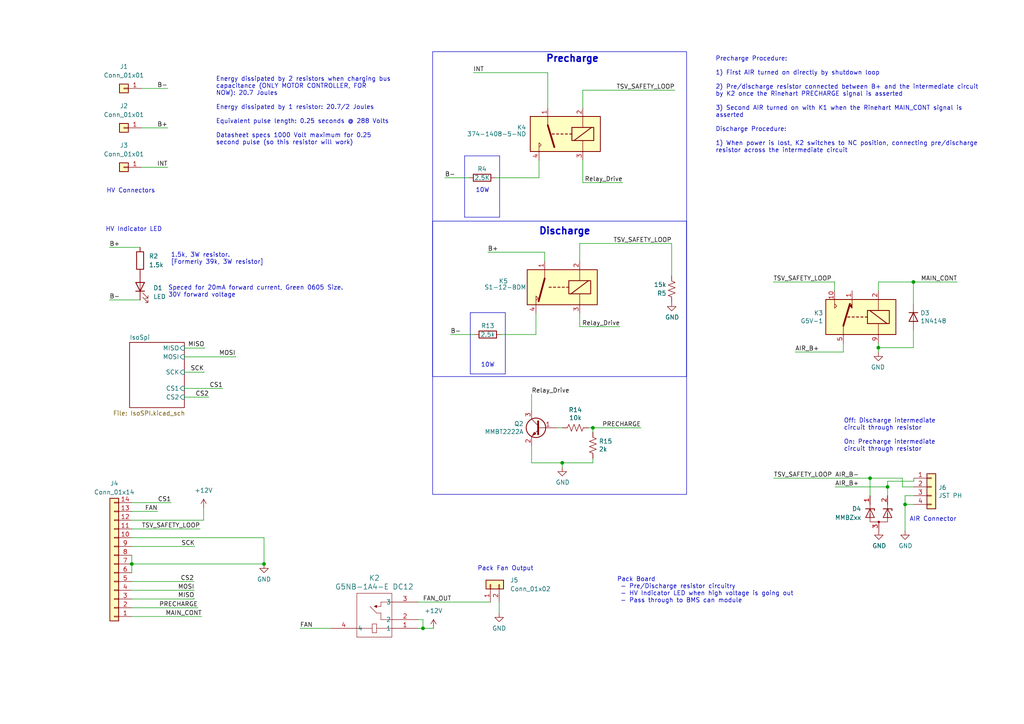
<source format=kicad_sch>
(kicad_sch (version 20230121) (generator eeschema)
  (paper "A4")
  (lib_symbols
    (symbol "AERO:374-1408-5-ND"
      (property "Reference" "K" (at 11.43 3.81 0))
      (property "Value" "374-1408-5-ND" (at 11.43 1.27 0))
      (symbol "374-1408-5-ND_0_0"
        (polyline (pts (xy 7.62 5.08) (xy 7.62 2.54) (xy 6.985 3.175) (xy 7.62 3.81)))
      )
      (symbol "374-1408-5-ND_0_1"
        (rectangle (start -10.16 5.08) (end 10.16 -5.08) (stroke (width 0.254)) (fill (type background)))
        (rectangle (start -8.255 1.905) (end -1.905 -1.905) (stroke (width 0.254)))
        (polyline (pts (xy -7.62 -1.905) (xy -2.54 1.905)) (stroke (width 0.254)))
        (polyline (pts (xy -5.08 -5.08) (xy -5.08 -1.905)))
        (polyline (pts (xy -5.08 5.08) (xy -5.08 1.905)))
        (polyline (pts (xy -1.905 0) (xy -1.27 0)) (stroke (width 0.254)))
        (polyline (pts (xy -0.635 0) (xy 0 0)) (stroke (width 0.254)))
        (polyline (pts (xy 0.635 0) (xy 1.27 0)) (stroke (width 0.254)))
        (polyline (pts (xy 1.905 0) (xy 2.54 0)) (stroke (width 0.254)))
        (polyline (pts (xy 3.175 0) (xy 3.81 0)) (stroke (width 0.254)))
        (polyline (pts (xy 5.08 -2.54) (xy 3.175 3.81)) (stroke (width 0.508)))
        (polyline (pts (xy 5.08 -2.54) (xy 5.08 -5.08)))
      )
      (symbol "374-1408-5-ND_1_1"
        (pin passive line (at 5.08 -7.62 90) (length 2.54) (name "~") (number "1"))
        (pin passive line (at -5.08 -7.62 90) (length 2.54) (name "~") (number "2"))
        (pin passive line (at -5.08 7.62 270) (length 2.54) (name "~") (number "3"))
        (pin passive line (at 7.62 7.62 270) (length 2.54) (name "~") (number "4"))
      )
    )
    (symbol "AERO:G5NB-1A4-E_DC12" (pin_names (offset 0.254))
      (property "Reference" "K" (at 12.7 7.62 0))
      (property "Value" "G5NB-1A4-E DC12" (at 20.32 5.08 0))
      (symbol "G5NB-1A4-E_DC12_0_1"
        (polyline (pts (xy 7.62 -10.16) (xy 17.78 -10.16)) (stroke (width 0.127)))
        (polyline (pts (xy 7.62 -7.62) (xy 10.795 -7.62)) (stroke (width 0.127)))
        (polyline (pts (xy 7.62 -2.54) (xy 10.795 -2.54)) (stroke (width 0.127)))
        (polyline (pts (xy 7.62 0) (xy 12.065 0)) (stroke (width 0.127)))
        (polyline (pts (xy 7.62 2.54) (xy 7.62 -10.16)) (stroke (width 0.127)))
        (polyline (pts (xy 10.795 -7.62) (xy 10.795 -6.35)) (stroke (width 0.127)))
        (polyline (pts (xy 10.795 -6.35) (xy 12.065 -6.35)) (stroke (width 0.127)))
        (polyline (pts (xy 10.795 -4.445) (xy 12.065 -4.445)) (stroke (width 0.127)))
        (polyline (pts (xy 10.795 -2.54) (xy 10.795 -4.445)) (stroke (width 0.127)))
        (polyline (pts (xy 12.065 -6.6675) (xy 12.7 -6.35)) (stroke (width 0.127)))
        (polyline (pts (xy 12.065 -6.0325) (xy 12.065 -6.6675)) (stroke (width 0.127)))
        (polyline (pts (xy 12.065 -4.445) (xy 13.97 -6.35)) (stroke (width 0.127)))
        (polyline (pts (xy 12.065 -1.27) (xy 13.335 -1.27)) (stroke (width 0.127)))
        (polyline (pts (xy 12.065 1.27) (xy 12.065 -1.27)) (stroke (width 0.127)))
        (polyline (pts (xy 12.7 -6.35) (xy 12.065 -6.0325)) (stroke (width 0.127)))
        (polyline (pts (xy 13.335 -1.27) (xy 13.335 1.27)) (stroke (width 0.127)))
        (polyline (pts (xy 13.335 0) (xy 17.78 0)) (stroke (width 0.127)))
        (polyline (pts (xy 13.335 1.27) (xy 12.065 1.27)) (stroke (width 0.127)))
        (polyline (pts (xy 17.78 -10.16) (xy 17.78 2.54)) (stroke (width 0.127)))
        (polyline (pts (xy 17.78 2.54) (xy 7.62 2.54)) (stroke (width 0.127)))
        (polyline (pts (xy 12.065 -6.0325) (xy 12.065 -6.6675) (xy 12.7 -6.35)) (fill (type outline)))
        (pin unspecified line (at 0 0 0) (length 7.62) (name "1") (number "1"))
        (pin unspecified line (at 0 -2.54 0) (length 7.62) (name "2") (number "2"))
        (pin unspecified line (at 0 -7.62 0) (length 7.62) (name "3") (number "3"))
        (pin unspecified line (at 25.4 0 180) (length 7.62) (name "4") (number "4"))
      )
    )
    (symbol "AERO:S1-12-BDM"
      (property "Reference" "K" (at 11.43 3.81 0))
      (property "Value" "S1-12-BDM" (at 11.43 1.27 0))
      (symbol "S1-12-BDM_0_0"
        (polyline (pts (xy 7.62 5.08) (xy 7.62 2.54) (xy 6.985 3.175) (xy 7.62 3.81)))
      )
      (symbol "S1-12-BDM_0_1"
        (rectangle (start -10.16 5.08) (end 10.16 -5.08) (stroke (width 0.254)) (fill (type background)))
        (rectangle (start -8.255 1.905) (end -1.905 -1.905) (stroke (width 0.254)))
        (polyline (pts (xy -7.62 -1.905) (xy -2.54 1.905)) (stroke (width 0.254)))
        (polyline (pts (xy -5.08 -5.08) (xy -5.08 -1.905)))
        (polyline (pts (xy -5.08 5.08) (xy -5.08 1.905)))
        (polyline (pts (xy -1.905 0) (xy -1.27 0)) (stroke (width 0.254)))
        (polyline (pts (xy -0.635 0) (xy 0 0)) (stroke (width 0.254)))
        (polyline (pts (xy 0.635 0) (xy 1.27 0)) (stroke (width 0.254)))
        (polyline (pts (xy 1.905 0) (xy 2.54 0)) (stroke (width 0.254)))
        (polyline (pts (xy 3.175 0) (xy 3.81 0)) (stroke (width 0.254)))
        (polyline (pts (xy 5.08 -2.54) (xy 5.08 -5.08)))
        (polyline (pts (xy 5.08 -2.54) (xy 6.858 4.064)) (stroke (width 0.508)))
      )
      (symbol "S1-12-BDM_1_1"
        (pin passive line (at 5.08 -7.62 90) (length 2.54) (name "~") (number "1"))
        (pin passive line (at -5.08 -7.62 90) (length 2.54) (name "~") (number "2"))
        (pin passive line (at -5.08 7.62 270) (length 2.54) (name "~") (number "3"))
        (pin passive line (at 7.62 7.62 270) (length 2.54) (name "~") (number "4"))
      )
    )
    (symbol "Connector_Generic:Conn_01x01" (pin_names (offset 1.016) hide)
      (property "Reference" "J" (at 0 2.54 0))
      (property "Value" "Conn_01x01" (at 0 -2.54 0))
      (symbol "Conn_01x01_1_1"
        (rectangle (start -1.27 0.127) (end 0 -0.127) (stroke (width 0.1524)))
        (rectangle (start -1.27 1.27) (end 1.27 -1.27) (stroke (width 0.254)) (fill (type background)))
        (pin passive line (at -5.08 0 0) (length 3.81) (name "Pin_1") (number "1"))
      )
    )
    (symbol "Connector_Generic:Conn_01x02" (pin_names (offset 1.016) hide)
      (property "Reference" "J" (at 0 2.54 0))
      (property "Value" "Conn_01x02" (at 0 -5.08 0))
      (symbol "Conn_01x02_1_1"
        (rectangle (start -1.27 -2.413) (end 0 -2.667) (stroke (width 0.1524)))
        (rectangle (start -1.27 0.127) (end 0 -0.127) (stroke (width 0.1524)))
        (rectangle (start -1.27 1.27) (end 1.27 -3.81) (stroke (width 0.254)) (fill (type background)))
        (pin passive line (at -5.08 0 0) (length 3.81) (name "Pin_1") (number "1"))
        (pin passive line (at -5.08 -2.54 0) (length 3.81) (name "Pin_2") (number "2"))
      )
    )
    (symbol "Connector_Generic:Conn_01x04" (pin_names (offset 1.016) hide)
      (property "Reference" "J" (at 0 5.08 0))
      (property "Value" "Conn_01x04" (at 0 -7.62 0))
      (symbol "Conn_01x04_1_1"
        (rectangle (start -1.27 -4.953) (end 0 -5.207) (stroke (width 0.1524)))
        (rectangle (start -1.27 -2.413) (end 0 -2.667) (stroke (width 0.1524)))
        (rectangle (start -1.27 0.127) (end 0 -0.127) (stroke (width 0.1524)))
        (rectangle (start -1.27 2.667) (end 0 2.413) (stroke (width 0.1524)))
        (rectangle (start -1.27 3.81) (end 1.27 -6.35) (stroke (width 0.254)) (fill (type background)))
        (pin passive line (at -5.08 2.54 0) (length 3.81) (name "Pin_1") (number "1"))
        (pin passive line (at -5.08 0 0) (length 3.81) (name "Pin_2") (number "2"))
        (pin passive line (at -5.08 -2.54 0) (length 3.81) (name "Pin_3") (number "3"))
        (pin passive line (at -5.08 -5.08 0) (length 3.81) (name "Pin_4") (number "4"))
      )
    )
    (symbol "Connector_Generic:Conn_01x14" (pin_names (offset 1.016) hide)
      (property "Reference" "J" (at 0 17.78 0))
      (property "Value" "Conn_01x14" (at 0 -20.32 0))
      (symbol "Conn_01x14_1_1"
        (rectangle (start -1.27 -17.653) (end 0 -17.907) (stroke (width 0.1524)))
        (rectangle (start -1.27 -15.113) (end 0 -15.367) (stroke (width 0.1524)))
        (rectangle (start -1.27 -12.573) (end 0 -12.827) (stroke (width 0.1524)))
        (rectangle (start -1.27 -10.033) (end 0 -10.287) (stroke (width 0.1524)))
        (rectangle (start -1.27 -7.493) (end 0 -7.747) (stroke (width 0.1524)))
        (rectangle (start -1.27 -4.953) (end 0 -5.207) (stroke (width 0.1524)))
        (rectangle (start -1.27 -2.413) (end 0 -2.667) (stroke (width 0.1524)))
        (rectangle (start -1.27 0.127) (end 0 -0.127) (stroke (width 0.1524)))
        (rectangle (start -1.27 2.667) (end 0 2.413) (stroke (width 0.1524)))
        (rectangle (start -1.27 5.207) (end 0 4.953) (stroke (width 0.1524)))
        (rectangle (start -1.27 7.747) (end 0 7.493) (stroke (width 0.1524)))
        (rectangle (start -1.27 10.287) (end 0 10.033) (stroke (width 0.1524)))
        (rectangle (start -1.27 12.827) (end 0 12.573) (stroke (width 0.1524)))
        (rectangle (start -1.27 15.367) (end 0 15.113) (stroke (width 0.1524)))
        (rectangle (start -1.27 16.51) (end 1.27 -19.05) (stroke (width 0.254)) (fill (type background)))
        (pin passive line (at -5.08 15.24 0) (length 3.81) (name "Pin_1") (number "1"))
        (pin passive line (at -5.08 -7.62 0) (length 3.81) (name "Pin_10") (number "10"))
        (pin passive line (at -5.08 -10.16 0) (length 3.81) (name "Pin_11") (number "11"))
        (pin passive line (at -5.08 -12.7 0) (length 3.81) (name "Pin_12") (number "12"))
        (pin passive line (at -5.08 -15.24 0) (length 3.81) (name "Pin_13") (number "13"))
        (pin passive line (at -5.08 -17.78 0) (length 3.81) (name "Pin_14") (number "14"))
        (pin passive line (at -5.08 12.7 0) (length 3.81) (name "Pin_2") (number "2"))
        (pin passive line (at -5.08 10.16 0) (length 3.81) (name "Pin_3") (number "3"))
        (pin passive line (at -5.08 7.62 0) (length 3.81) (name "Pin_4") (number "4"))
        (pin passive line (at -5.08 5.08 0) (length 3.81) (name "Pin_5") (number "5"))
        (pin passive line (at -5.08 2.54 0) (length 3.81) (name "Pin_6") (number "6"))
        (pin passive line (at -5.08 0 0) (length 3.81) (name "Pin_7") (number "7"))
        (pin passive line (at -5.08 -2.54 0) (length 3.81) (name "Pin_8") (number "8"))
        (pin passive line (at -5.08 -5.08 0) (length 3.81) (name "Pin_9") (number "9"))
      )
    )
    (symbol "Device:LED" (pin_numbers hide) (pin_names (offset 1.016) hide)
      (property "Reference" "D" (at 0 2.54 0))
      (property "Value" "LED" (at 0 -2.54 0))
      (symbol "LED_0_1"
        (polyline (pts (xy -1.27 -1.27) (xy -1.27 1.27)) (stroke (width 0.254)))
        (polyline (pts (xy -1.27 0) (xy 1.27 0)))
        (polyline (pts (xy 1.27 -1.27) (xy 1.27 1.27) (xy -1.27 0) (xy 1.27 -1.27)) (stroke (width 0.254)))
        (polyline (pts (xy -3.048 -0.762) (xy -4.572 -2.286) (xy -3.81 -2.286) (xy -4.572 -2.286) (xy -4.572 -1.524)))
        (polyline (pts (xy -1.778 -0.762) (xy -3.302 -2.286) (xy -2.54 -2.286) (xy -3.302 -2.286) (xy -3.302 -1.524)))
      )
      (symbol "LED_1_1"
        (pin passive line (at -3.81 0 0) (length 2.54) (name "K") (number "1"))
        (pin passive line (at 3.81 0 180) (length 2.54) (name "A") (number "2"))
      )
    )
    (symbol "Device:Q_NPN_BEC" (pin_names (offset 0) hide)
      (property "Reference" "Q" (at 5.08 1.27 0))
      (property "Value" "Q_NPN_BEC" (at 5.08 -1.27 0))
      (symbol "Q_NPN_BEC_0_1"
        (polyline (pts (xy 0.635 0.635) (xy 2.54 2.54)))
        (polyline (pts (xy 0.635 -0.635) (xy 2.54 -2.54) (xy 2.54 -2.54)))
        (polyline (pts (xy 0.635 1.905) (xy 0.635 -1.905) (xy 0.635 -1.905)) (stroke (width 0.508)))
        (polyline (pts (xy 1.27 -1.778) (xy 1.778 -1.27) (xy 2.286 -2.286) (xy 1.27 -1.778) (xy 1.27 -1.778)) (fill (type outline)))
        (circle (center 1.27 0) (radius 2.8194) (stroke (width 0.254)))
      )
      (symbol "Q_NPN_BEC_1_1"
        (pin input line (at -5.08 0 0) (length 5.715) (name "B") (number "1"))
        (pin passive line (at 2.54 -5.08 90) (length 2.54) (name "E") (number "2"))
        (pin passive line (at 2.54 5.08 270) (length 2.54) (name "C") (number "3"))
      )
    )
    (symbol "Device:R" (pin_numbers hide) (pin_names (offset 0))
      (property "Reference" "R" (at 2.032 0 90))
      (property "Value" "R" (at 0 0 90))
      (symbol "R_0_1"
        (rectangle (start -1.016 -2.54) (end 1.016 2.54) (stroke (width 0.254)))
      )
      (symbol "R_1_1"
        (pin passive line (at 0 3.81 270) (length 1.27) (name "~") (number "1"))
        (pin passive line (at 0 -3.81 90) (length 1.27) (name "~") (number "2"))
      )
    )
    (symbol "Device:R_US" (pin_numbers hide) (pin_names (offset 0))
      (property "Reference" "R" (at 2.54 0 90))
      (property "Value" "R_US" (at -2.54 0 90))
      (symbol "R_US_0_1"
        (polyline (pts (xy 0 -2.286) (xy 0 -2.54)))
        (polyline (pts (xy 0 2.286) (xy 0 2.54)))
        (polyline (pts (xy 0 -0.762) (xy 1.016 -1.143) (xy 0 -1.524) (xy -1.016 -1.905) (xy 0 -2.286)))
        (polyline (pts (xy 0 0.762) (xy 1.016 0.381) (xy 0 0) (xy -1.016 -0.381) (xy 0 -0.762)))
        (polyline (pts (xy 0 2.286) (xy 1.016 1.905) (xy 0 1.524) (xy -1.016 1.143) (xy 0 0.762)))
      )
      (symbol "R_US_1_1"
        (pin passive line (at 0 3.81 270) (length 1.27) (name "~") (number "1"))
        (pin passive line (at 0 -3.81 90) (length 1.27) (name "~") (number "2"))
      )
    )
    (symbol "Diode:1N4148" (pin_numbers hide) (pin_names (offset 1.016) hide)
      (property "Reference" "D" (at 0 2.54 0))
      (property "Value" "1N4148" (at 0 -2.54 0))
      (symbol "1N4148_0_1"
        (polyline (pts (xy -1.27 1.27) (xy -1.27 -1.27)) (stroke (width 0.254)))
        (polyline (pts (xy 1.27 0) (xy -1.27 0)))
        (polyline (pts (xy 1.27 1.27) (xy 1.27 -1.27) (xy -1.27 0) (xy 1.27 1.27)) (stroke (width 0.254)))
      )
      (symbol "1N4148_1_1"
        (pin passive line (at -3.81 0 0) (length 2.54) (name "K") (number "1"))
        (pin passive line (at 3.81 0 180) (length 2.54) (name "A") (number "2"))
      )
    )
    (symbol "Diode:MMBZxx" (pin_names (offset 1.016) hide)
      (property "Reference" "D" (at 3.81 2.54 0))
      (property "Value" "MMBZxx" (at 3.81 0 0))
      (symbol "MMBZxx_0_1"
        (circle (center 0 -2.54) (radius 0.254) (fill (type outline)))
        (polyline (pts (xy -2.54 -1.27) (xy -2.54 2.54)))
        (polyline (pts (xy 2.54 -1.27) (xy 2.54 2.54)))
        (polyline (pts (xy -3.81 1.27) (xy -1.27 1.27) (xy -1.27 0.762)) (stroke (width 0.254)))
        (polyline (pts (xy 1.27 1.27) (xy 3.81 1.27) (xy 3.81 0.762)) (stroke (width 0.254)))
        (polyline (pts (xy -2.54 0) (xy -2.54 -2.54) (xy 2.54 -2.54) (xy 2.54 0)))
      )
      (symbol "MMBZxx_1_1"
        (polyline (pts (xy -3.81 -1.27) (xy -1.27 -1.27) (xy -2.54 1.27) (xy -3.81 -1.27)) (stroke (width 0.2032)))
        (polyline (pts (xy 1.27 -1.27) (xy 3.81 -1.27) (xy 2.54 1.27) (xy 1.27 -1.27)) (stroke (width 0.2032)))
        (pin passive line (at -2.54 5.08 270) (length 2.54) (name "K") (number "1"))
        (pin passive line (at 2.54 5.08 270) (length 2.54) (name "K") (number "2"))
        (pin passive line (at 0 -5.08 90) (length 2.54) (name "A") (number "3"))
      )
    )
    (symbol "Relay:G5V-1"
      (property "Reference" "K" (at 11.43 3.81 0))
      (property "Value" "G5V-1" (at 11.43 1.27 0))
      (symbol "G5V-1_0_0"
        (polyline (pts (xy 7.62 5.08) (xy 7.62 2.54) (xy 6.985 3.175) (xy 7.62 3.81)))
      )
      (symbol "G5V-1_0_1"
        (rectangle (start -10.16 5.08) (end 10.16 -5.08) (stroke (width 0.254)) (fill (type background)))
        (rectangle (start -8.255 1.905) (end -1.905 -1.905) (stroke (width 0.254)))
        (polyline (pts (xy -7.62 -1.905) (xy -2.54 1.905)) (stroke (width 0.254)))
        (polyline (pts (xy -5.08 -5.08) (xy -5.08 -1.905)))
        (polyline (pts (xy -5.08 5.08) (xy -5.08 1.905)))
        (polyline (pts (xy -1.905 0) (xy -1.27 0)) (stroke (width 0.254)))
        (polyline (pts (xy -0.635 0) (xy 0 0)) (stroke (width 0.254)))
        (polyline (pts (xy 0.635 0) (xy 1.27 0)) (stroke (width 0.254)))
        (polyline (pts (xy 1.905 0) (xy 2.54 0)) (stroke (width 0.254)))
        (polyline (pts (xy 3.175 0) (xy 3.81 0)) (stroke (width 0.254)))
        (polyline (pts (xy 5.08 -2.54) (xy 3.175 3.81)) (stroke (width 0.508)))
        (polyline (pts (xy 5.08 -2.54) (xy 5.08 -5.08)))
        (polyline (pts (xy 2.54 5.08) (xy 2.54 2.54) (xy 3.175 3.175) (xy 2.54 3.81)) (fill (type outline)))
      )
      (symbol "G5V-1_1_1"
        (pin passive line (at 2.54 7.62 270) (length 2.54) (name "~") (number "1"))
        (pin passive line (at 7.62 7.62 270) (length 2.54) (name "~") (number "10"))
        (pin passive line (at -5.08 7.62 270) (length 2.54) (name "~") (number "2"))
        (pin passive line (at 5.08 -7.62 90) (length 2.54) (name "~") (number "5"))
        (pin passive line (at 5.08 -7.62 90) (length 2.54) hide (name "~") (number "6"))
        (pin passive line (at -5.08 -7.62 90) (length 2.54) (name "~") (number "9"))
      )
    )
    (symbol "power:+12V" (power) (pin_names (offset 0))
      (property "Value" "+12V" (at 0 3.556 0))
      (symbol "+12V_0_1"
        (polyline (pts (xy -0.762 1.27) (xy 0 2.54)))
        (polyline (pts (xy 0 0) (xy 0 2.54)))
        (polyline (pts (xy 0 2.54) (xy 0.762 1.27)))
      )
      (symbol "+12V_1_1"
        (pin power_in line (at 0 0 90) (length 0) hide (name "+12V") (number "1"))
      )
    )
    (symbol "power:GND" (power) (pin_names (offset 0))
      (property "Value" "GND" (at 0 -3.81 0))
      (symbol "GND_0_1"
        (polyline (pts (xy 0 0) (xy 0 -1.27) (xy 1.27 -1.27) (xy 0 -2.54) (xy -1.27 -1.27) (xy 0 -1.27)))
      )
      (symbol "GND_1_1"
        (pin power_in line (at 0 0 270) (length 0) hide (name "GND") (number "1"))
      )
    )
  )
  (junction (at 163.068 134.239))
  (junction (at 264.922 81.788))
  (junction (at 76.581 163.576))
  (junction (at 252.349 138.684))
  (junction (at 171.958 124.079))
  (junction (at 38.227 163.576))
  (junction (at 122.682 182.245))
  (junction (at 254.762 100.838))
  (junction (at 262.509 146.304))
  (junction (at 257.429 141.224))
  (wire (pts (xy 41.021 37.084) (xy 48.641 37.084)))
  (wire (pts (xy 143.637 51.562) (xy 156.337 51.562)))
  (wire (pts (xy 154.178 114.3) (xy 154.178 118.999)))
  (wire (pts (xy 264.922 100.838) (xy 264.922 95.758)))
  (wire (pts (xy 163.068 134.239) (xy 171.958 134.239)))
  (wire (pts (xy 169.037 52.959) (xy 180.594 52.959)))
  (wire (pts (xy 163.068 134.239) (xy 163.068 135.509)))
  (wire (pts (xy 254.762 102.108) (xy 254.762 100.838)))
  (wire (pts (xy 38.227 176.276) (xy 57.404 176.276)))
  (wire (pts (xy 95.885 182.245) (xy 86.995 182.245)))
  (wire (pts (xy 257.429 141.224) (xy 242.189 141.224)))
  (wire (pts (xy 141.478 73.152) (xy 157.988 73.152)))
  (wire (pts (xy 136.017 51.562) (xy 129.032 51.562)))
  (wire (pts (xy 169.037 26.162) (xy 195.707 26.162)))
  (wire (pts (xy 53.467 115.189) (xy 60.579 115.189)))
  (polyline (pts (xy 136.398 90.678) (xy 146.558 90.678)))
  (wire (pts (xy 144.78 174.625) (xy 144.78 177.8)))
  (wire (pts (xy 56.134 173.736) (xy 38.227 173.736)))
  (polyline (pts (xy 146.558 90.678) (xy 146.558 108.458)))
  (wire (pts (xy 169.037 46.482) (xy 169.037 52.959)))
  (wire (pts (xy 170.688 124.079) (xy 171.958 124.079)))
  (wire (pts (xy 56.388 171.196) (xy 38.227 171.196)))
  (wire (pts (xy 121.285 174.625) (xy 142.24 174.625)))
  (wire (pts (xy 53.467 103.505) (xy 68.326 103.505)))
  (wire (pts (xy 261.747 141.224) (xy 261.747 138.684)))
  (wire (pts (xy 171.958 134.239) (xy 171.958 132.969)))
  (wire (pts (xy 56.515 158.496) (xy 38.227 158.496)))
  (wire (pts (xy 169.037 31.242) (xy 169.037 26.162)))
  (wire (pts (xy 58.039 153.416) (xy 38.227 153.416)))
  (wire (pts (xy 157.988 75.692) (xy 157.988 73.152)))
  (wire (pts (xy 41.021 25.654) (xy 48.641 25.654)))
  (wire (pts (xy 59.309 100.965) (xy 59.309 100.838)))
  (wire (pts (xy 53.467 100.965) (xy 59.309 100.965)))
  (wire (pts (xy 41.021 48.514) (xy 48.641 48.514)))
  (polyline (pts (xy 134.747 62.992) (xy 144.907 62.992)))
  (wire (pts (xy 265.049 143.764) (xy 262.509 143.764)))
  (wire (pts (xy 265.049 141.224) (xy 261.747 141.224)))
  (wire (pts (xy 252.349 138.684) (xy 261.747 138.684)))
  (wire (pts (xy 154.178 129.159) (xy 154.178 134.239)))
  (wire (pts (xy 156.337 46.482) (xy 156.337 51.562)))
  (wire (pts (xy 252.349 143.764) (xy 252.349 138.684)))
  (wire (pts (xy 56.134 173.609) (xy 56.388 173.609)))
  (wire (pts (xy 38.227 161.036) (xy 38.227 163.576)))
  (wire (pts (xy 49.657 145.796) (xy 38.227 145.796)))
  (wire (pts (xy 122.682 182.245) (xy 125.73 182.245)))
  (wire (pts (xy 265.049 139.573) (xy 257.429 139.573)))
  (wire (pts (xy 168.148 90.932) (xy 168.148 94.742)))
  (wire (pts (xy 265.049 146.304) (xy 262.509 146.304)))
  (wire (pts (xy 168.148 94.742) (xy 179.832 94.742)))
  (wire (pts (xy 121.285 182.245) (xy 122.682 182.245)))
  (polyline (pts (xy 134.747 45.212) (xy 134.747 62.992)))
  (wire (pts (xy 171.958 125.349) (xy 171.958 124.079)))
  (wire (pts (xy 154.178 134.239) (xy 163.068 134.239)))
  (wire (pts (xy 38.227 163.576) (xy 38.227 166.116)))
  (wire (pts (xy 76.581 155.956) (xy 76.581 163.576)))
  (wire (pts (xy 264.922 81.788) (xy 277.622 81.788)))
  (wire (pts (xy 158.877 31.242) (xy 158.877 21.082)))
  (wire (pts (xy 38.227 168.656) (xy 56.261 168.656)))
  (wire (pts (xy 122.682 179.705) (xy 122.682 182.245)))
  (wire (pts (xy 38.227 163.576) (xy 76.581 163.576)))
  (wire (pts (xy 68.326 103.505) (xy 68.326 103.378)))
  (wire (pts (xy 31.75 71.755) (xy 40.64 71.755)))
  (wire (pts (xy 242.062 84.328) (xy 242.062 81.788)))
  (wire (pts (xy 137.668 97.028) (xy 130.683 97.028)))
  (wire (pts (xy 171.958 124.079) (xy 185.928 124.079)))
  (wire (pts (xy 244.602 99.568) (xy 244.602 102.108)))
  (polyline (pts (xy 136.398 108.458) (xy 146.558 108.458)))
  (wire (pts (xy 244.602 102.108) (xy 230.632 102.108)))
  (wire (pts (xy 257.429 141.224) (xy 257.429 143.764)))
  (wire (pts (xy 168.148 75.692) (xy 168.148 70.612)))
  (wire (pts (xy 254.762 100.838) (xy 254.762 99.568)))
  (wire (pts (xy 168.148 70.612) (xy 194.818 70.612)))
  (wire (pts (xy 161.798 124.079) (xy 163.068 124.079)))
  (polyline (pts (xy 134.747 45.212) (xy 144.907 45.212)))
  (wire (pts (xy 38.227 150.876) (xy 59.055 150.876)))
  (wire (pts (xy 254.762 84.328) (xy 254.762 81.788)))
  (wire (pts (xy 38.227 155.956) (xy 76.581 155.956)))
  (wire (pts (xy 53.467 112.649) (xy 64.643 112.649)))
  (wire (pts (xy 31.75 86.995) (xy 40.64 86.995)))
  (wire (pts (xy 121.285 179.705) (xy 122.682 179.705)))
  (polyline (pts (xy 136.398 90.678) (xy 136.398 108.458)))
  (wire (pts (xy 58.547 178.816) (xy 38.227 178.816)))
  (wire (pts (xy 53.467 107.95) (xy 59.182 107.95)))
  (wire (pts (xy 59.182 107.95) (xy 59.182 107.823)))
  (wire (pts (xy 59.055 147.32) (xy 59.055 150.876)))
  (wire (pts (xy 265.049 138.684) (xy 265.049 139.573)))
  (wire (pts (xy 242.062 81.788) (xy 224.282 81.788)))
  (wire (pts (xy 224.409 138.684) (xy 252.349 138.684)))
  (wire (pts (xy 45.72 148.336) (xy 38.227 148.336)))
  (polyline (pts (xy 144.907 45.212) (xy 144.907 62.992)))
  (wire (pts (xy 257.429 139.573) (xy 257.429 141.224)))
  (wire (pts (xy 137.287 21.082) (xy 158.877 21.082)))
  (wire (pts (xy 262.509 143.764) (xy 262.509 146.304)))
  (wire (pts (xy 56.134 173.609) (xy 56.134 173.736)))
  (wire (pts (xy 155.448 97.028) (xy 145.288 97.028)))
  (wire (pts (xy 194.818 70.612) (xy 194.818 80.01)))
  (wire (pts (xy 155.448 90.932) (xy 155.448 97.028)))
  (wire (pts (xy 262.509 146.304) (xy 262.509 153.924)))
  (wire (pts (xy 264.922 88.138) (xy 264.922 81.788)))
  (wire (pts (xy 254.762 81.788) (xy 264.922 81.788)))
  (wire (pts (xy 254.762 100.838) (xy 264.922 100.838)))
  (rectangle (start 125.476 14.986) (end 199.136 143.383))
  (rectangle (start 125.476 64.135) (end 199.136 109.22))
  (text "Pack Board\n - Pre/Discharge resistor circuitry\n - HV Indicator LED when high voltage is going out\n - Pass through to BMS can module" (at 178.943 175.006 0) (effects (font (size 1.27 1.27)) (justify left bottom)))
  (text "Precharge" (at 158.242 18.288 0) (effects (font (size 2 2) (thickness 0.4) bold) (justify left bottom)))
  (text "10W\n" (at 137.922 56.007 0) (effects (font (size 1.27 1.27)) (justify left bottom)))
  (text "Speced for 20mA forward current, Green 0605 Size.\n30V forward voltage" (at 48.768 86.36 0) (effects (font (size 1.27 1.27)) (justify left bottom)))
  (text "1.5k, 3W resistor.\n[Formerly 39k, 3W resistor]" (at 49.53 76.835 0) (effects (font (size 1.27 1.27)) (justify left bottom)))
  (text "Pack Fan Output" (at 138.4808 165.7096 0) (effects (font (size 1.27 1.27)) (justify left bottom)))
  (text "AIR Connector" (at 263.779 151.384 0) (effects (font (size 1.27 1.27)) (justify left bottom)))
  (text "Precharge Procedure:\n\n1) First AIR turned on directly by shutdown loop\n\n2) Pre/discharge resistor connected between B+ and the intermediate circuit\nby K2 once the Rinehart PRECHARGE signal is asserted\n\n3) Second AIR turned on with K1 when the Rinehart MAIN_CONT signal is\nasserted\n\nDischarge Procedure:\n\n1) When power is lost, K2 switches to NC position, connecting pre/discharge\nresistor across the intermediate circuit" (at 207.518 44.45 0) (effects (font (size 1.27 1.27)) (justify left bottom)))
  (text "Discharge" (at 156.21 68.326 0) (effects (font (size 2 2) (thickness 0.4) bold) (justify left bottom)))
  (text "HV Indicator LED" (at 30.607 67.31 0) (effects (font (size 1.27 1.27)) (justify left bottom)))
  (text "Energy dissipated by 2 resistors when charging bus\ncapacitance (ONLY MOTOR CONTROLLER, FOR\nNOW): 20.7 Joules\n\nEnergy dissipated by 1 resistor: 20.7/2 Joules\n\nEquivalent pulse length: 0.25 seconds @ 288 Volts\n\nDatasheet specs 1000 Volt maximum for 0.25\nsecond pulse (so this resistor will work)" (at 62.611 42.164 0) (effects (font (size 1.27 1.27)) (justify left bottom)))
  (text "Off: Discharge intermediate\ncircuit through resistor\n\nOn: Precharge intermediate\ncircuit through resistor" (at 244.729 131.064 0) (effects (font (size 1.27 1.27)) (justify left bottom)))
  (text "HV Connectors" (at 30.861 56.134 0) (effects (font (size 1.27 1.27)) (justify left bottom)))
  (text "10W\n" (at 139.446 106.68 0) (effects (font (size 1.27 1.27)) (justify left bottom)))
  (label "TSV_SAFETY_LOOP" (at 195.707 26.162 180))
  (label "B+" (at 48.641 37.084 180))
  (label "SCK" (at 59.182 107.823 180))
  (label "CS2" (at 60.579 115.189 180))
  (label "MAIN_CONT" (at 277.622 81.788 180))
  (label "SCK" (at 56.515 158.496 180))
  (label "AIR_B-" (at 242.189 138.684 0))
  (label "Relay_Drive" (at 180.594 52.959 180))
  (label "TSV_SAFETY_LOOP" (at 224.282 81.788 0))
  (label "INT" (at 48.641 48.514 180))
  (label "CS1" (at 64.643 112.649 180))
  (label "TSV_SAFETY_LOOP" (at 58.039 153.416 180))
  (label "MISO" (at 59.309 100.838 180))
  (label "AIR_B+" (at 230.632 102.108 0))
  (label "B-" (at 48.641 25.654 180))
  (label "B+" (at 141.478 73.152 0))
  (label "CS1" (at 49.657 145.796 180))
  (label "MOSI" (at 56.388 171.196 180))
  (label "FAN" (at 86.995 182.245 0))
  (label "Relay_Drive" (at 154.178 114.3 0))
  (label "Relay_Drive" (at 179.832 94.742 180))
  (label "PRECHARGE" (at 185.928 124.079 180))
  (label "PRECHARGE" (at 57.404 176.276 180))
  (label "B-" (at 129.032 51.562 0))
  (label "MOSI" (at 68.326 103.378 180))
  (label "TSV_SAFETY_LOOP" (at 194.818 70.612 180))
  (label "AIR_B+" (at 242.189 141.224 0))
  (label "MAIN_CONT" (at 58.547 178.816 180))
  (label "CS2" (at 56.261 168.656 180))
  (label "B+" (at 31.75 71.755 0))
  (label "FAN_OUT" (at 130.937 174.625 180))
  (label "MISO" (at 56.388 173.609 180))
  (label "FAN" (at 45.72 148.336 180))
  (label "TSV_SAFETY_LOOP" (at 224.409 138.684 0))
  (label "B-" (at 130.683 97.028 0))
  (label "B-" (at 31.75 86.995 0))
  (label "INT" (at 137.287 21.082 0))
  (symbol (lib_id "Connector_Generic:Conn_01x14") (at 33.147 163.576 180) (unit 1)
    (property "Reference" "J4" (at 33.147 140.208 0))
    (property "Value" "Conn_01x14" (at 33.147 142.748 0))
    (property "Footprint" "AERO_Footprints:TE_1-776266-1_14pin_Horizontal" (effects hide))
  )
  (symbol (lib_id "Connector_Generic:Conn_01x01") (at 35.941 25.654 180) (unit 1)
    (property "Reference" "J1" (at 35.941 19.304 0))
    (property "Value" "Conn_01x01" (at 35.941 21.844 0))
    (property "Footprint" "Connector_Hirose:Hirose_DF63M-1P-3.96DSA_1x01_P3.96mm_Vertical" (effects hide))
  )
  (symbol (lib_id "power:GND") (at 194.818 87.63 0) (unit 1)
    (property "Reference" "#PWR05" (effects hide))
    (property "Value" "GND" (at 194.945 92.0242 0))
  )
  (symbol (lib_id "Connector_Generic:Conn_01x01") (at 35.941 48.514 180) (unit 1)
    (property "Reference" "J3" (at 35.941 42.164 0))
    (property "Value" "Conn_01x01" (at 35.941 44.704 0))
    (property "Footprint" "Connector_Hirose:Hirose_DF63M-1P-3.96DSA_1x01_P3.96mm_Vertical" (effects hide))
  )
  (symbol (lib_id "Device:R_US") (at 171.958 129.159 180) (unit 1)
    (property "Reference" "R15" (at 173.6852 127.9906 0) (effects (justify right)))
    (property "Value" "2k" (at 173.6852 130.302 0) (effects (justify right)))
    (property "Footprint" "Resistor_SMD:R_0603_1608Metric" (effects hide))
  )
  (symbol (lib_id "AERO:374-1408-5-ND") (at 163.957 38.862 180) (unit 1)
    (property "Reference" "K4" (at 152.654 36.957 0) (effects (justify left)))
    (property "Value" "374-1408-5-ND" (at 152.654 38.862 0) (effects (justify left)))
    (property "Footprint" "AERO_Footprints:SHV12" (effects hide))
  )
  (symbol (lib_id "power:+12V") (at 59.055 147.32 0) (unit 1)
    (property "Reference" "#PWR03" (effects hide))
    (property "Value" "+12V" (at 59.055 142.24 0))
  )
  (symbol (lib_id "Relay:G5V-1") (at 249.682 91.948 0) (mirror y) (unit 1)
    (property "Reference" "K3" (at 238.76 90.7796 0) (effects (justify left)))
    (property "Value" "G5V-1" (at 238.76 93.091 0) (effects (justify left)))
    (property "Footprint" "Relay_THT:Relay_SPDT_Omron_G5V-1" (effects hide))
    (property "Datasheet" "http://omronfs.omron.com/en_US/ecb/products/pdf/en-g5v_1.pdf" (effects hide))
  )
  (symbol (lib_id "power:GND") (at 262.509 153.924 0) (unit 1)
    (property "Reference" "#PWR011" (effects hide))
    (property "Value" "GND" (at 262.636 158.3182 0))
  )
  (symbol (lib_id "power:GND") (at 254.889 153.924 0) (unit 1)
    (property "Reference" "#PWR010" (effects hide))
    (property "Value" "GND" (at 255.016 158.3182 0))
  )
  (symbol (lib_id "Connector_Generic:Conn_01x02") (at 142.24 169.545 90) (unit 1)
    (property "Reference" "J5" (at 147.955 168.2749 90) (effects (justify right)))
    (property "Value" "Conn_01x02" (at 147.955 170.8149 90) (effects (justify right)))
    (property "Footprint" "Connector_JST:JST_XH_B2B-XH-A_1x02_P2.50mm_Vertical" (effects hide))
  )
  (symbol (lib_id "power:GND") (at 254.762 102.108 0) (mirror y) (unit 1)
    (property "Reference" "#PWR09" (effects hide))
    (property "Value" "GND" (at 254.635 106.5022 0))
  )
  (symbol (lib_id "power:+12V") (at 125.73 182.245 0) (unit 1)
    (property "Reference" "#PWR06" (effects hide))
    (property "Value" "+12V" (at 125.73 177.165 0))
  )
  (symbol (lib_id "power:GND") (at 163.068 135.509 0) (unit 1)
    (property "Reference" "#PWR031" (effects hide))
    (property "Value" "GND" (at 163.195 139.9032 0))
  )
  (symbol (lib_id "power:GND") (at 76.581 163.576 0) (unit 1)
    (property "Reference" "#PWR01" (effects hide))
    (property "Value" "GND" (at 76.581 168.021 0))
  )
  (symbol (lib_id "Device:R_US") (at 194.818 83.82 180) (unit 1)
    (property "Reference" "R5" (at 193.294 85.09 0) (effects (justify left)))
    (property "Value" "15k" (at 193.294 82.55 0) (effects (justify left)))
    (property "Footprint" "Resistor_SMD:R_0603_1608Metric_Pad0.98x0.95mm_HandSolder" (effects hide))
  )
  (symbol (lib_id "AERO:S1-12-BDM") (at 163.068 83.312 180) (unit 1)
    (property "Reference" "K5" (at 144.653 81.534 0) (effects (justify right)))
    (property "Value" "S1-12-BDM" (at 140.462 83.312 0) (effects (justify right)))
    (property "Footprint" "AERO_Footprints:S1-12" (effects hide))
  )
  (symbol (lib_id "Connector_Generic:Conn_01x04") (at 270.129 141.224 0) (unit 1)
    (property "Reference" "J6" (at 272.161 141.4272 0) (effects (justify left)))
    (property "Value" "JST PH" (at 272.161 143.7386 0) (effects (justify left)))
    (property "Footprint" "Connector_JST:JST_PH_B4B-PH-K_1x04_P2.00mm_Vertical" (effects hide))
  )
  (symbol (lib_id "Device:R_US") (at 166.878 124.079 90) (unit 1)
    (property "Reference" "R14" (at 166.878 118.872 90))
    (property "Value" "10k" (at 166.878 121.1834 90))
    (property "Footprint" "Resistor_SMD:R_0603_1608Metric" (effects hide))
  )
  (symbol (lib_id "AERO:G5NB-1A4-E_DC12") (at 121.285 182.245 180) (unit 1)
    (property "Reference" "K2" (at 108.585 167.64 0) (effects (font (size 1.524 1.524))))
    (property "Value" "G5NB-1A4-E DC12" (at 108.585 170.18 0) (effects (font (size 1.524 1.524))))
    (property "Footprint" "AERO_Footprints:RELAY_G5NB-1A DC5_OMR" (effects hide))
    (property "Datasheet" "G5NB-1A4-E DC12" (effects hide))
  )
  (symbol (lib_id "Diode:1N4148") (at 264.922 91.948 270) (unit 1)
    (property "Reference" "D3" (at 266.9286 90.7796 90) (effects (justify left)))
    (property "Value" "1N4148" (at 266.9286 93.091 90) (effects (justify left)))
    (property "Footprint" "Diode_SMD:D_MiniMELF" (effects hide))
    (property "Datasheet" "http://www.nxp.com/documents/data_sheet/1N4148_1N4448.pdf" (effects hide))
  )
  (symbol (lib_id "Device:LED") (at 40.64 83.185 90) (unit 1)
    (property "Reference" "D1" (at 44.45 83.5024 90) (effects (justify right)))
    (property "Value" "LED" (at 44.45 86.0424 90) (effects (justify right)))
    (property "Footprint" "AERO_Footprints:LPA-C011301S-x LED 0805 LIGHT PIPE SINGLE VERT SMD" (effects hide))
  )
  (symbol (lib_id "power:GND") (at 144.78 177.8 0) (unit 1)
    (property "Reference" "#PWR07" (effects hide))
    (property "Value" "GND" (at 144.78 182.245 0))
  )
  (symbol (lib_id "Diode:MMBZxx") (at 254.889 148.844 0) (unit 1)
    (property "Reference" "D4" (at 249.809 147.574 0) (effects (justify right)))
    (property "Value" "MMBZxx" (at 249.809 150.114 0) (effects (justify right)))
    (property "Footprint" "Package_TO_SOT_SMD:SOT-23" (effects hide))
    (property "Datasheet" "http://www.onsemi.com/pub/Collateral/MMBZ5V6ALT1-D.PDF" (effects hide))
  )
  (symbol (lib_id "Device:R") (at 141.478 97.028 90) (unit 1)
    (property "Reference" "R13" (at 141.478 94.488 90))
    (property "Value" "2.5k" (at 141.478 97.028 90))
    (property "Footprint" "Resistor_THT:R_Axial_Power_L48.0mm_W12.5mm_P55.88mm" (effects hide))
  )
  (symbol (lib_id "Connector_Generic:Conn_01x01") (at 35.941 37.084 180) (unit 1)
    (property "Reference" "J2" (at 35.941 30.734 0))
    (property "Value" "Conn_01x01" (at 35.941 33.274 0))
    (property "Footprint" "Connector_Hirose:Hirose_DF63M-1P-3.96DSA_1x01_P3.96mm_Vertical" (effects hide))
  )
  (symbol (lib_id "Device:R") (at 139.827 51.562 90) (unit 1)
    (property "Reference" "R4" (at 139.827 49.022 90))
    (property "Value" "2.5K" (at 139.827 51.562 90))
    (property "Footprint" "Resistor_THT:R_Axial_Power_L48.0mm_W12.5mm_P55.88mm" (effects hide))
  )
  (symbol (lib_id "Device:Q_NPN_BEC") (at 156.718 124.079 0) (mirror y) (unit 1)
    (property "Reference" "Q2" (at 151.8666 122.9106 0) (effects (justify left)))
    (property "Value" "MMBT2222A" (at 151.8666 125.222 0) (effects (justify left)))
    (property "Footprint" "Package_TO_SOT_SMD:SOT-23" (effects hide))
  )
  (symbol (lib_id "Device:R") (at 40.64 75.565 0) (unit 1)
    (property "Reference" "R2" (at 43.18 74.2949 0) (effects (justify left)))
    (property "Value" "1.5k" (at 43.18 76.8349 0) (effects (justify left)))
    (property "Footprint" "Resistor_THT:R_Axial_DIN0516_L15.5mm_D5.0mm_P7.62mm_Vertical" (effects hide))
  )
  (sheet (at 37.592 99.314) (size 15.875 18.923) (stroke (width 0.1524))
    (property "Sheetname" "IsoSpi" (at 37.592 98.6024 0) (effects (justify left bottom)))
    (property "Sheetfile" "IsoSPI.kicad_sch" (at 32.766 119.126 0) (effects (justify left top)))
    (pin "MISO" input (at 53.467 100.965 0))
    (pin "MOSI" input (at 53.467 103.505 0))
    (pin "SCK" input (at 53.467 107.95 0))
    (pin "CS1" input (at 53.467 112.649 0))
    (pin "CS2" input (at 53.467 115.189 0))
  )
)
</source>
